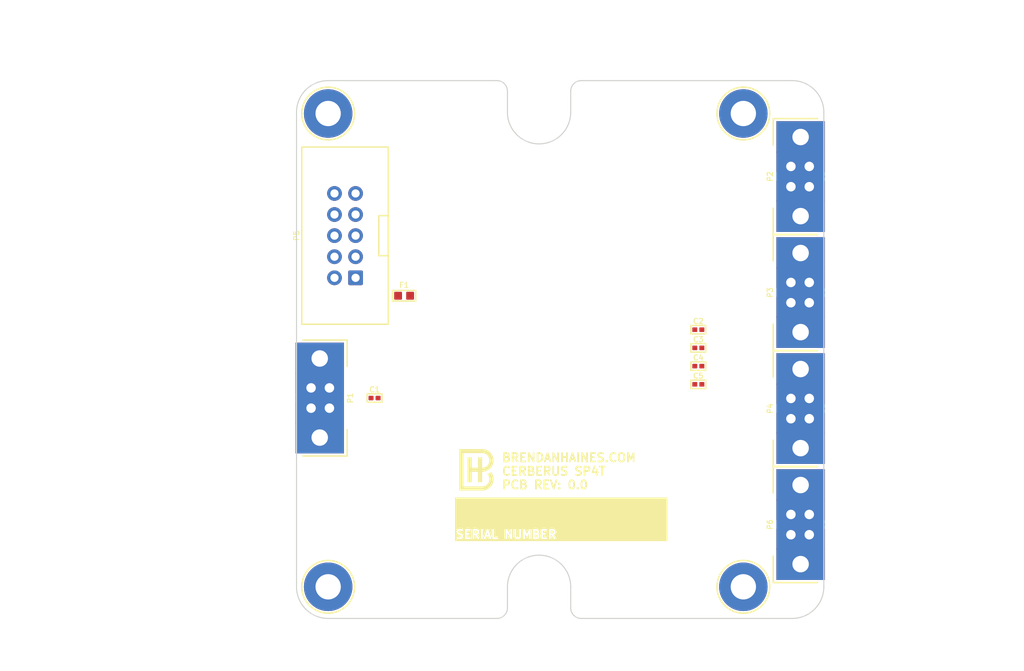
<source format=kicad_pcb>
(kicad_pcb (version 20240108) (generator "pcbnew") (generator_version "8.0")
  (title_block (title "${PROJECT_NAME}") (rev "${PCB_REVISION}") (company "BRENDANHAINES.COM"))
  (layers (0 "F.Cu" signal) (1 "In1.Cu" signal) (2 "In2.Cu" signal) (31 "B.Cu" signal) (34 "B.Paste" user) (35 "F.Paste" user) (36 "B.SilkS" user "B.Silkscreen") (37 "F.SilkS" user "F.Silkscreen") (38 "B.Mask" user) (39 "F.Mask" user) (44 "Edge.Cuts" user))
  (property "PCB_REVISION" "0.0")
  (property "PROJECT_NAME" "CERBERUS SP4T")
  (net 0 "")
  (net 1 "GND")
  (net 2 "/CONN1/VIN_3V3")
  (net 3 "/CONN1/D0")
  (net 4 "/CONN1/D1")
  (net 5 "VDC_3V3")
  (net 6 "/CONN1/D2")
  (net 7 "/CONN1/D3")
  (net 8 "/RF_C")
  (net 10 "/RF_1")
  (net 12 "/RF_2")
  (net 14 "/RF_3")
  (net 17 "/RF_4")
  (footprint "common:CONN_SuperSMA_Amphenol_901-10510-2" (layer "F.Cu") (at 139.7 87.757 -90)
    (property "Reference" "P3" (at 0 6.477 90) (layer "F.SilkS") (effects (font (size 0.635 0.635) (thickness 0.127))))
    (property "Value" "Conn_Coax" (hide yes))
    (fp_line (start -6.985 6.096) (end -6.985 0.762) (stroke (width 0.1778)) (layer "F.SilkS"))
    (fp_line (start -3.81 6.096) (end -6.985 6.096) (stroke (width 0.1778)) (layer "F.SilkS"))
    (fp_line (start 6.985 6.096) (end 3.81 6.096) (stroke (width 0.1778)) (layer "F.SilkS"))
    (fp_line (start 6.985 0.762) (end 6.985 6.096) (stroke (width 0.1778)) (layer "F.SilkS"))
    (pad "0" thru_hole rect (at -4.7625 2.794 270) (size 3.81 5.842) (drill 1.9812) (layers "*.Cu" "*.Mask") (net 1 "GND"))
    (pad "0" smd rect (at -1.778 2.794 270) (size 2.54 5.842) (layers "F.Cu" "F.Mask") (net 1 "GND"))
    (pad "0" thru_hole rect (at -1.2192 1.7526 270) (size 1.27 1.27) (drill 1.143) (layers "*.Cu" "*.Mask") (net 1 "GND"))
    (pad "0" thru_hole rect (at -1.2192 3.9624 270) (size 1.27 1.27) (drill 1.143) (layers "*.Cu" "*.Mask") (net 1 "GND"))
    (pad "0" smd rect (at 0 2.794 270) (size 5.842 5.842) (layers "B.Cu" "B.Mask") (net 1 "GND"))
    (pad "0" thru_hole rect (at 1.2192 1.7526 270) (size 1.27 1.27) (drill 1.143) (layers "*.Cu" "*.Mask") (net 1 "GND"))
    (pad "0" thru_hole rect (at 1.2192 3.9624 270) (size 1.27 1.27) (drill 1.143) (layers "*.Cu" "*.Mask") (net 1 "GND"))
    (pad "0" smd rect (at 1.778 2.794 270) (size 2.54 5.842) (layers "F.Cu" "F.Mask") (net 1 "GND"))
    (pad "0" thru_hole rect (at 4.7625 2.794 270) (size 3.81 5.842) (drill 1.9812) (layers "*.Cu" "*.Mask") (net 1 "GND"))
    (pad "1" smd rect (at 0 0.635 270) (size 0.254 1.524) (layers "F.Cu" "F.Mask") (net 12 "/RF_2"))
  )
  (footprint "common:MH120X230_#4" (layer "F.Cu") (at 130.0099 123.19)
    (property "Reference" "MH3" (hide yes))
    (property "Value" "Mounting_Hole" (hide yes))
    (fp_circle (center 0 0) (end 3.175 0) (stroke (width 0.1778)) (fill none) (layer "F.SilkS"))
    (pad "1" thru_hole circle (at 0 0) (size 5.842 5.842) (drill 3.048) (layers "*.Cu" "*.Mask") (net 1 "GND"))
  )
  (footprint "common:C0402" (layer "F.Cu") (at 124.587 94.4184)
    (property "Reference" "C3" (at 0 -1.016 0) (layer "F.SilkS") (effects (font (size 0.635 0.635) (thickness 0.127))))
    (property "Value" "100pF" (hide yes))
    (fp_line (start -0.889 -0.508) (end 0.889 -0.508) (stroke (width 0.1778)) (layer "F.SilkS"))
    (fp_line (start -0.889 0.508) (end -0.889 -0.508) (stroke (width 0.1778)) (layer "F.SilkS"))
    (fp_line (start 0.889 -0.508) (end 0.889 0.508) (stroke (width 0.1778)) (layer "F.SilkS"))
    (fp_line (start 0.889 0.508) (end -0.889 0.508) (stroke (width 0.1778)) (layer "F.SilkS"))
    (pad "1" smd roundrect (at -0.425 0) (size 0.6 0.55) (layers "F.Cu" "F.Paste" "F.Mask") (roundrect_rratio 0.1))
    (pad "2" smd roundrect (at 0.425 0) (size 0.6 0.55) (layers "F.Cu" "F.Paste" "F.Mask") (roundrect_rratio 0.1) (net 12 "/RF_2"))
  )
  (footprint "common:LOGO_BH" (layer "F.Cu") (at 98.298 111.506)
    (property "Reference" "LOGO1" (hide yes))
    (property "Value" "~" (hide yes))
    (fp_poly (pts (xy 0.340334 -4.906285) (xy 0.426334 -4.89815) (xy 0.511644 -4.88464) (xy 0.595939 -4.865795) (xy 0.678894 -4.8417) (xy 0.760165 -4.81244) (xy 0.839439 -4.778135) (xy 0.916405 -4.73892) (xy 0.990754 -4.69495) (xy 1.062204 -4.646395) (xy 1.130454 -4.59345) (xy 1.195245 -4.536325) (xy 1.256325 -4.475245) (xy 1.313449 -4.410455) (xy 1.366394 -4.342205) (xy 1.414949 -4.270755) (xy 1.45892 -4.196405) (xy 1.498135 -4.11944) (xy 1.532439 -4.040165) (xy 1.561699 -3.958895) (xy 1.585795 -3.87594) (xy 1.60464 -3.791645) (xy 1.61815 -3.706335) (xy 1.626285 -3.620335) (xy 1.629 -3.534) (xy 1.626285 -3.447665) (xy 1.61815 -3.361665) (xy 1.60464 -3.276355) (xy 1.585795 -3.19206) (xy 1.561699 -3.109105) (xy 1.532439 -3.027835) (xy 1.498135 -2.94856) (xy 1.45892 -2.871594) (xy 1.414949 -2.797245) (xy 1.366395 -2.725796) (xy 1.31345 -2.657543) (xy 1.256325 -2.592754) (xy 1.195245 -2.531674) (xy 1.130455 -2.474552) (xy 1.062205 -2.421604) (xy 0.990755 -2.373051) (xy 0.916405 -2.329083) (xy 0.83944 -2.289867) (xy 0.760165 -2.255558) (xy 0.678895 -2.226299) (xy 0.59594 -2.202206) (xy 0.511645 -2.183361) (xy 0.426335 -2.169849) (xy 0.340335 -2.161717) (xy 0.254 -2.159) (xy 0.254 -0.909001) (xy -0.246 -0.909001) (xy -0.246 -2.159) (xy -0.996 -2.159) (xy -0.996 -0.909001) (xy -1.496 -0.909001) (xy -1.496 -3.909) (xy -0.996 -3.909) (xy -0.996 -2.659) (xy -0.246 -2.659) (xy -0.246 -3.909) (xy 0.254 -3.909) (xy 0.254 -2.659) (xy 0.30894 -2.660733) (xy 0.363665 -2.665905) (xy 0.417955 -2.674503) (xy 0.4716 -2.686497) (xy 0.524385 -2.701832) (xy 0.576105 -2.720448) (xy 0.62655 -2.742283) (xy 0.67553 -2.767238) (xy 0.72284 -2.795215) (xy 0.768305 -2.826115) (xy 0.81174 -2.859806) (xy 0.852975 -2.89616) (xy 0.89184 -2.935025) (xy 0.928195 -2.97626) (xy 0.961885 -3.019695) (xy 0.992785 -3.06516) (xy 1.02076 -3.11247) (xy 1.04572 -3.16145) (xy 1.067555 -3.211895) (xy 1.08617 -3.263615) (xy 1.101505 -3.3164) (xy 1.113495 -3.370045) (xy 1.122094 -3.424335) (xy 1.12727 -3.47906) (xy 1.129 -3.534) (xy 1.12727 -3.58894) (xy 1.122094 -3.643665) (xy 1.113495 -3.697955) (xy 1.101505 -3.7516) (xy 1.08617 -3.804386) (xy 1.067555 -3.856106) (xy 1.04572 -3.90655) (xy 1.02076 -3.95553) (xy 0.992785 -4.00284) (xy 0.961885 -4.048305) (xy 0.928195 -4.09174) (xy 0.89184 -4.132975) (xy 0.852975 -4.17184) (xy 0.81174 -4.208195) (xy 0.768305 -4.241885) (xy 0.72284 -4.272785) (xy 0.67553 -4.30076) (xy 0.62655 -4.32572) (xy 0.576105 -4.347555) (xy 0.524385 -4.36617) (xy 0.4716 -4.381505) (xy 0.417955 -4.393495) (xy 0.363665 -4.402095) (xy 0.30894 -4.40727) (xy 0.254 -4.409) (xy -1.996 -4.409) (xy -1.996 -0.409001) (xy 0.254 -0.409001) (xy 0.30894 -0.410731) (xy 0.363665 -0.415906) (xy 0.417955 -0.424506) (xy 0.4716 -0.436496) (xy 0.524385 -0.451831) (xy 0.576105 -0.470446) (xy 0.62655 -0.492281) (xy 0.67553 -0.517241) (xy 0.72284 -0.545216) (xy 0.768305 -0.576116) (xy 0.81174 -0.609806) (xy 0.852975 -0.646161) (xy 0.89184 -0.685026) (xy 0.928195 -0.726261) (xy 0.961885 -0.769696) (xy 0.992785 -0.815161) (xy 1.02076 -0.862471) (xy 1.04572 -0.911451) (xy 1.067555 -0.961896) (xy 1.08617 -1.013615) (xy 1.101505 -1.066401) (xy 1.113495 -1.120046) (xy 1.122094 -1.174336) (xy 1.12727 -1.229061) (xy 1.129 -1.284001) (xy 1.12727 -1.338941) (xy 1.122094 -1.393666) (xy 1.113495 -1.447956) (xy 1.101505 -1.501601) (xy 1.08617 -1.554386) (xy 1.067555 -1.606106) (xy 1.04572 -1.65655) (xy 1.02076 -1.705531) (xy 0.992785 -1.752841) (xy 0.961885 -1.798306) (xy 0.928195 -1.841741) (xy 0.89184 -1.882976) (xy 0.87594 -1.898876) (xy 0.89821 -1.906896) (xy 0.99911 -1.950558) (xy 1.097065 -2.00047) (xy 1.19169 -2.056431) (xy 1.28262 -2.118222) (xy 1.32232 -2.149022) (xy 1.366395 -2.092205) (xy 1.414949 -2.020756) (xy 1.45892 -1.946408) (xy 1.498135 -1.869441) (xy 1.53244 -1.790166) (xy 1.5617 -1.708896) (xy 1.585795 -1.625941) (xy 1.60464 -1.541646) (xy 1.61815 -1.456336) (xy 1.626285 -1.370336) (xy 1.629 -1.284001) (xy 1.626285 -1.197666) (xy 1.61815 -1.111666) (xy 1.60464 -1.026356) (xy 1.585795 -0.942061) (xy 1.5617 -0.859106) (xy 1.53244 -0.777836) (xy 1.498135 -0.698561) (xy 1.45892 -0.621596) (xy 1.414949 -0.547247) (xy 1.366395 -0.475796) (xy 1.31345 -0.407547) (xy 1.256325 -0.342756) (xy 1.195245 -0.281676) (xy 1.130455 -0.224551) (xy 1.062205 -0.171607) (xy 0.990755 -0.123051) (xy 0.916405 -0.079081) (xy 0.83944 -0.039866) (xy 0.760165 -0.005561) (xy 0.678895 0.023699) (xy 0.59594 0.047794) (xy 0.511645 0.066639) (xy 0.426335 0.080149) (xy 0.340335 0.088284) (xy 0.254 0.090999) (xy -2.496 0.090999) (xy -2.496 -4.909) (xy 0.254 -4.909)) (fill solid) (layer "F.SilkS"))
  )
  (footprint "common:C0402" (layer "F.Cu") (at 124.587 98.806)
    (property "Reference" "C5" (at 0 -1.016 0) (layer "F.SilkS") (effects (font (size 0.635 0.635) (thickness 0.127))))
    (property "Value" "100pF" (hide yes))
    (fp_line (start -0.889 -0.508) (end 0.889 -0.508) (stroke (width 0.1778)) (layer "F.SilkS"))
    (fp_line (start -0.889 0.508) (end -0.889 -0.508) (stroke (width 0.1778)) (layer "F.SilkS"))
    (fp_line (start 0.889 -0.508) (end 0.889 0.508) (stroke (width 0.1778)) (layer "F.SilkS"))
    (fp_line (start 0.889 0.508) (end -0.889 0.508) (stroke (width 0.1778)) (layer "F.SilkS"))
    (pad "1" smd roundrect (at -0.425 0) (size 0.6 0.55) (layers "F.Cu" "F.Paste" "F.Mask") (roundrect_rratio 0.1))
    (pad "2" smd roundrect (at 0.425 0) (size 0.6 0.55) (layers "F.Cu" "F.Paste" "F.Mask") (roundrect_rratio 0.1) (net 17 "/RF_4"))
  )
  (footprint "common:CONN_SuperSMA_Amphenol_901-10510-2" (layer "F.Cu") (at 139.7 101.727 -90)
    (property "Reference" "P4" (at 0 6.477 90) (layer "F.SilkS") (effects (font (size 0.635 0.635) (thickness 0.127))))
    (property "Value" "Conn_Coax" (hide yes))
    (fp_line (start -6.985 6.096) (end -6.985 0.762) (stroke (width 0.1778)) (layer "F.SilkS"))
    (fp_line (start -3.81 6.096) (end -6.985 6.096) (stroke (width 0.1778)) (layer "F.SilkS"))
    (fp_line (start 6.985 6.096) (end 3.81 6.096) (stroke (width 0.1778)) (layer "F.SilkS"))
    (fp_line (start 6.985 0.762) (end 6.985 6.096) (stroke (width 0.1778)) (layer "F.SilkS"))
    (pad "0" thru_hole rect (at -4.7625 2.794 270) (size 3.81 5.842) (drill 1.9812) (layers "*.Cu" "*.Mask") (net 1 "GND"))
    (pad "0" smd rect (at -1.778 2.794 270) (size 2.54 5.842) (layers "F.Cu" "F.Mask") (net 1 "GND"))
    (pad "0" thru_hole rect (at -1.2192 1.7526 270) (size 1.27 1.27) (drill 1.143) (layers "*.Cu" "*.Mask") (net 1 "GND"))
    (pad "0" thru_hole rect (at -1.2192 3.9624 270) (size 1.27 1.27) (drill 1.143) (layers "*.Cu" "*.Mask") (net 1 "GND"))
    (pad "0" smd rect (at 0 2.794 270) (size 5.842 5.842) (layers "B.Cu" "B.Mask") (net 1 "GND"))
    (pad "0" thru_hole rect (at 1.2192 1.7526 270) (size 1.27 1.27) (drill 1.143) (layers "*.Cu" "*.Mask") (net 1 "GND"))
    (pad "0" thru_hole rect (at 1.2192 3.9624 270) (size 1.27 1.27) (drill 1.143) (layers "*.Cu" "*.Mask") (net 1 "GND"))
    (pad "0" smd rect (at 1.778 2.794 270) (size 2.54 5.842) (layers "F.Cu" "F.Mask") (net 1 "GND"))
    (pad "0" thru_hole rect (at 4.7625 2.794 270) (size 3.81 5.842) (drill 1.9812) (layers "*.Cu" "*.Mask") (net 1 "GND"))
    (pad "1" smd rect (at 0 0.635 270) (size 0.254 1.524) (layers "F.Cu" "F.Mask") (net 14 "/RF_3"))
  )
  (footprint "common:PinHeader_2x05_P2.54mm_Vertical_Shrouded" (layer "F.Cu") (at 83.312 85.979 90)
    (property "Reference" "P5" (at 5.08 -7.112 90) (layer "F.SilkS") (effects (font (size 0.635 0.635) (thickness 0.127))))
    (property "Value" "Header_2_10" (hide yes))
    (fp_rect (start -5.588 -6.477) (end 15.748 3.937) (stroke (width 0.1778)) (fill none) (layer "F.SilkS"))
    (fp_rect (start 2.667 2.794) (end 7.493 3.937) (stroke (width 0.1778)) (fill none) (layer "F.SilkS"))
    (pad "1" thru_hole roundrect (at 0 0 90) (size 1.778 1.778) (drill 0.9906) (layers "*.Cu" "*.Mask") (roundrect_rratio 0.1))
    (pad "2" thru_hole circle (at 0 -2.54 90) (size 1.778 1.778) (drill 0.9906) (layers "*.Cu" "*.Mask") (net 2 "/CONN1/VIN_3V3"))
    (pad "3" thru_hole circle (at 2.54 0 90) (size 1.778 1.778) (drill 0.9906) (layers "*.Cu" "*.Mask") (net 7 "/CONN1/D3"))
    (pad "4" thru_hole circle (at 2.54 -2.54 90) (size 1.778 1.778) (drill 0.9906) (layers "*.Cu" "*.Mask"))
    (pad "5" thru_hole circle (at 5.08 0 90) (size 1.778 1.778) (drill 0.9906) (layers "*.Cu" "*.Mask") (net 6 "/CONN1/D2"))
    (pad "6" thru_hole circle (at 5.08 -2.54 90) (size 1.778 1.778) (drill 0.9906) (layers "*.Cu" "*.Mask"))
    (pad "7" thru_hole circle (at 7.62 0 90) (size 1.778 1.778) (drill 0.9906) (layers "*.Cu" "*.Mask") (net 4 "/CONN1/D1"))
    (pad "8" thru_hole circle (at 7.62 -2.54 90) (size 1.778 1.778) (drill 0.9906) (layers "*.Cu" "*.Mask"))
    (pad "9" thru_hole circle (at 10.16 0 90) (size 1.778 1.778) (drill 0.9906) (layers "*.Cu" "*.Mask") (net 3 "/CONN1/D0"))
    (pad "10" thru_hole circle (at 10.16 -2.54 90) (size 1.778 1.778) (drill 0.9906) (layers "*.Cu" "*.Mask") (net 1 "GND"))
  )
  (footprint "common:R0603" (layer "F.Cu") (at 89.154 88.138)
    (property "Reference" "F1" (at 0 -1.27 0) (layer "F.SilkS") (effects (font (size 0.635 0.635) (thickness 0.127))))
    (property "Value" "100mA" (hide yes))
    (fp_line (start -1.397 -0.635) (end 1.397 -0.635) (stroke (width 0.1778)) (layer "F.SilkS"))
    (fp_line (start -1.397 0.635) (end -1.397 -0.635) (stroke (width 0.1778)) (layer "F.SilkS"))
    (fp_line (start 1.397 -0.635) (end 1.397 0.635) (stroke (width 0.1778)) (layer "F.SilkS"))
    (fp_line (start 1.397 0.635) (end -1.397 0.635) (stroke (width 0.1778)) (layer "F.SilkS"))
    (pad "1" smd roundrect (at -0.725 0) (size 0.95 0.95) (layers "F.Cu" "F.Paste" "F.Mask") (roundrect_rratio 0.1) (net 2 "/CONN1/VIN_3V3"))
    (pad "2" smd roundrect (at 0.725 0) (size 0.95 0.95) (layers "F.Cu" "F.Paste" "F.Mask") (roundrect_rratio 0.1) (net 5 "VDC_3V3"))
  )
  (footprint "common:C0402" (layer "F.Cu") (at 85.598 100.457)
    (property "Reference" "C1" (at 0 -1.016 0) (layer "F.SilkS") (effects (font (size 0.635 0.635) (thickness 0.127))))
    (property "Value" "100pF" (hide yes))
    (fp_line (start -0.889 -0.508) (end 0.889 -0.508) (stroke (width 0.1778)) (layer "F.SilkS"))
    (fp_line (start -0.889 0.508) (end -0.889 -0.508) (stroke (width 0.1778)) (layer "F.SilkS"))
    (fp_line (start 0.889 -0.508) (end 0.889 0.508) (stroke (width 0.1778)) (layer "F.SilkS"))
    (fp_line (start 0.889 0.508) (end -0.889 0.508) (stroke (width 0.1778)) (layer "F.SilkS"))
    (pad "1" smd roundrect (at -0.425 0) (size 0.6 0.55) (layers "F.Cu" "F.Paste" "F.Mask") (roundrect_rratio 0.1) (net 8 "/RF_C"))
    (pad "2" smd roundrect (at 0.425 0) (size 0.6 0.55) (layers "F.Cu" "F.Paste" "F.Mask") (roundrect_rratio 0.1))
  )
  (footprint "common:MH120X230_#4" (layer "F.Cu") (at 130.0099 66.1924)
    (property "Reference" "MH2" (hide yes))
    (property "Value" "Mounting_Hole" (hide yes))
    (fp_circle (center 0 0) (end 3.175 0) (stroke (width 0.1778)) (fill none) (layer "F.SilkS"))
    (pad "1" thru_hole circle (at 0 0) (size 5.842 5.842) (drill 3.048) (layers "*.Cu" "*.Mask") (net 1 "GND"))
  )
  (footprint "common:CONN_SuperSMA_Amphenol_901-10510-2" (layer "F.Cu") (at 139.7 73.787 -90)
    (property "Reference" "P2" (at 0 6.477 90) (layer "F.SilkS") (effects (font (size 0.635 0.635) (thickness 0.127))))
    (property "Value" "Conn_Coax" (hide yes))
    (fp_line (start -6.985 6.096) (end -6.985 0.762) (stroke (width 0.1778)) (layer "F.SilkS"))
    (fp_line (start -3.81 6.096) (end -6.985 6.096) (stroke (width 0.1778)) (layer "F.SilkS"))
    (fp_line (start 6.985 6.096) (end 3.81 6.096) (stroke (width 0.1778)) (layer "F.SilkS"))
    (fp_line (start 6.985 0.762) (end 6.985 6.096) (stroke (width 0.1778)) (layer "F.SilkS"))
    (pad "0" thru_hole rect (at -4.7625 2.794 270) (size 3.81 5.842) (drill 1.9812) (layers "*.Cu" "*.Mask") (net 1 "GND"))
    (pad "0" smd rect (at -1.778 2.794 270) (size 2.54 5.842) (layers "F.Cu" "F.Mask") (net 1 "GND"))
    (pad "0" thru_hole rect (at -1.2192 1.7526 270) (size 1.27 1.27) (drill 1.143) (layers "*.Cu" "*.Mask") (net 1 "GND"))
    (pad "0" thru_hole rect (at -1.2192 3.9624 270) (size 1.27 1.27) (drill 1.143) (layers "*.Cu" "*.Mask") (net 1 "GND"))
    (pad "0" smd rect (at 0 2.794 270) (size 5.842 5.842) (layers "B.Cu" "B.Mask") (net 1 "GND"))
    (pad "0" thru_hole rect (at 1.2192 1.7526 270) (size 1.27 1.27) (drill 1.143) (layers "*.Cu" "*.Mask") (net 1 "GND"))
    (pad "0" thru_hole rect (at 1.2192 3.9624 270) (size 1.27 1.27) (drill 1.143) (layers "*.Cu" "*.Mask") (net 1 "GND"))
    (pad "0" smd rect (at 1.778 2.794 270) (size 2.54 5.842) (layers "F.Cu" "F.Mask") (net 1 "GND"))
    (pad "0" thru_hole rect (at 4.7625 2.794 270) (size 3.81 5.842) (drill 1.9812) (layers "*.Cu" "*.Mask") (net 1 "GND"))
    (pad "1" smd rect (at 0 0.635 270) (size 0.254 1.524) (layers "F.Cu" "F.Mask") (net 10 "/RF_1"))
  )
  (footprint "common:C0402" (layer "F.Cu") (at 124.587 92.2246)
    (property "Reference" "C2" (at 0 -1.016 0) (layer "F.SilkS") (effects (font (size 0.635 0.635) (thickness 0.127))))
    (property "Value" "100pF" (hide yes))
    (fp_line (start -0.889 -0.508) (end 0.889 -0.508) (stroke (width 0.1778)) (layer "F.SilkS"))
    (fp_line (start -0.889 0.508) (end -0.889 -0.508) (stroke (width 0.1778)) (layer "F.SilkS"))
    (fp_line (start 0.889 -0.508) (end 0.889 0.508) (stroke (width 0.1778)) (layer "F.SilkS"))
    (fp_line (start 0.889 0.508) (end -0.889 0.508) (stroke (width 0.1778)) (layer "F.SilkS"))
    (pad "1" smd roundrect (at -0.425 0) (size 0.6 0.55) (layers "F.Cu" "F.Paste" "F.Mask") (roundrect_rratio 0.1))
    (pad "2" smd roundrect (at 0.425 0) (size 0.6 0.55) (layers "F.Cu" "F.Paste" "F.Mask") (roundrect_rratio 0.1) (net 10 "/RF_1"))
  )
  (footprint "common:MH120X230_#4" (layer "F.Cu") (at 80.01 123.19)
    (property "Reference" "MH4" (hide yes))
    (property "Value" "Mounting_Hole" (hide yes))
    (fp_circle (center 0 0) (end 3.175 0) (stroke (width 0.1778)) (fill none) (layer "F.SilkS"))
    (pad "1" thru_hole circle (at 0 0) (size 5.842 5.842) (drill 3.048) (layers "*.Cu" "*.Mask") (net 1 "GND"))
  )
  (footprint "common:CONN_SuperSMA_Amphenol_901-10510-2" (layer "F.Cu") (at 139.7 115.697 -90)
    (property "Reference" "P6" (at 0 6.477 90) (layer "F.SilkS") (effects (font (size 0.635 0.635) (thickness 0.127))))
    (property "Value" "Conn_Coax" (hide yes))
    (fp_line (start -6.985 6.096) (end -6.985 0.762) (stroke (width 0.1778)) (layer "F.SilkS"))
    (fp_line (start -3.81 6.096) (end -6.985 6.096) (stroke (width 0.1778)) (layer "F.SilkS"))
    (fp_line (start 6.985 6.096) (end 3.81 6.096) (stroke (width 0.1778)) (layer "F.SilkS"))
    (fp_line (start 6.985 0.762) (end 6.985 6.096) (stroke (width 0.1778)) (layer "F.SilkS"))
    (pad "0" thru_hole rect (at -4.7625 2.794 270) (size 3.81 5.842) (drill 1.9812) (layers "*.Cu" "*.Mask") (net 1 "GND"))
    (pad "0" smd rect (at -1.778 2.794 270) (size 2.54 5.842) (layers "F.Cu" "F.Mask") (net 1 "GND"))
    (pad "0" thru_hole rect (at -1.2192 1.7526 270) (size 1.27 1.27) (drill 1.143) (layers "*.Cu" "*.Mask") (net 1 "GND"))
    (pad "0" thru_hole rect (at -1.2192 3.9624 270) (size 1.27 1.27) (drill 1.143) (layers "*.Cu" "*.Mask") (net 1 "GND"))
    (pad "0" smd rect (at 0 2.794 270) (size 5.842 5.842) (layers "B.Cu" "B.Mask") (net 1 "GND"))
    (pad "0" thru_hole rect (at 1.2192 1.7526 270) (size 1.27 1.27) (drill 1.143) (layers "*.Cu" "*.Mask") (net 1 "GND"))
    (pad "0" thru_hole rect (at 1.2192 3.9624 270) (size 1.27 1.27) (drill 1.143) (layers "*.Cu" "*.Mask") (net 1 "GND"))
    (pad "0" smd rect (at 1.778 2.794 270) (size 2.54 5.842) (layers "F.Cu" "F.Mask") (net 1 "GND"))
    (pad "0" thru_hole rect (at 4.7625 2.794 270) (size 3.81 5.842) (drill 1.9812) (layers "*.Cu" "*.Mask") (net 1 "GND"))
    (pad "1" smd rect (at 0 0.635 270) (size 0.254 1.524) (layers "F.Cu" "F.Mask") (net 17 "/RF_4"))
  )
  (footprint "common:C0402" (layer "F.Cu") (at 124.587 96.6122)
    (property "Reference" "C4" (at 0 -1.016 0) (layer "F.SilkS") (effects (font (size 0.635 0.635) (thickness 0.127))))
    (property "Value" "100pF" (hide yes))
    (fp_line (start -0.889 -0.508) (end 0.889 -0.508) (stroke (width 0.1778)) (layer "F.SilkS"))
    (fp_line (start -0.889 0.508) (end -0.889 -0.508) (stroke (width 0.1778)) (layer "F.SilkS"))
    (fp_line (start 0.889 -0.508) (end 0.889 0.508) (stroke (width 0.1778)) (layer "F.SilkS"))
    (fp_line (start 0.889 0.508) (end -0.889 0.508) (stroke (width 0.1778)) (layer "F.SilkS"))
    (pad "1" smd roundrect (at -0.425 0) (size 0.6 0.55) (layers "F.Cu" "F.Paste" "F.Mask") (roundrect_rratio 0.1))
    (pad "2" smd roundrect (at 0.425 0) (size 0.6 0.55) (layers "F.Cu" "F.Paste" "F.Mask") (roundrect_rratio 0.1) (net 14 "/RF_3"))
  )
  (footprint "common:MH120X230_#4" (layer "F.Cu") (at 80.01 66.1924)
    (property "Reference" "MH1" (hide yes))
    (property "Value" "Mounting_Hole" (hide yes))
    (fp_circle (center 0 0) (end 3.175 0) (stroke (width 0.1778)) (fill none) (layer "F.SilkS"))
    (pad "1" thru_hole circle (at 0 0) (size 5.842 5.842) (drill 3.048) (layers "*.Cu" "*.Mask") (net 1 "GND"))
  )
  (footprint "common:CONN_SuperSMA_Amphenol_901-10510-2" (layer "F.Cu") (at 76.2 100.457 90)
    (property "Reference" "P1" (at 0 6.477 90) (layer "F.SilkS") (effects (font (size 0.635 0.635) (thickness 0.127))))
    (property "Value" "Conn_Coax" (hide yes))
    (fp_line (start 6.985 0.762) (end 6.985 6.096) (stroke (width 0.1778)) (layer "F.SilkS"))
    (fp_line (start 6.985 6.096) (end 3.81 6.096) (stroke (width 0.1778)) (layer "F.SilkS"))
    (fp_line (start -3.81 6.096) (end -6.985 6.096) (stroke (width 0.1778)) (layer "F.SilkS"))
    (fp_line (start -6.985 6.096) (end -6.985 0.762) (stroke (width 0.1778)) (layer "F.SilkS"))
    (pad "0" thru_hole rect (at -4.7625 2.794 90) (size 3.81 5.842) (drill 1.9812) (layers "*.Cu" "*.Mask") (net 1 "GND"))
    (pad "0" smd rect (at -1.778 2.794 90) (size 2.54 5.842) (layers "F.Cu" "F.Mask") (net 1 "GND"))
    (pad "0" thru_hole rect (at -1.2192 1.7526 90) (size 1.27 1.27) (drill 1.143) (layers "*.Cu" "*.Mask") (net 1 "GND"))
    (pad "0" thru_hole rect (at -1.2192 3.9624 90) (size 1.27 1.27) (drill 1.143) (layers "*.Cu" "*.Mask") (net 1 "GND"))
    (pad "0" smd rect (at 0 2.794 90) (size 5.842 5.842) (layers "B.Cu" "B.Mask") (net 1 "GND"))
    (pad "0" thru_hole rect (at 1.2192 1.7526 90) (size 1.27 1.27) (drill 1.143) (layers "*.Cu" "*.Mask") (net 1 "GND"))
    (pad "0" thru_hole rect (at 1.2192 3.9624 90) (size 1.27 1.27) (drill 1.143) (layers "*.Cu" "*.Mask") (net 1 "GND"))
    (pad "0" smd rect (at 1.778 2.794 90) (size 2.54 5.842) (layers "F.Cu" "F.Mask") (net 1 "GND"))
    (pad "0" thru_hole rect (at 4.7625 2.794 90) (size 3.81 5.842) (drill 1.9812) (layers "*.Cu" "*.Mask") (net 1 "GND"))
    (pad "1" smd rect (at 0 0.635 90) (size 0.254 1.524) (layers "F.Cu" "F.Mask") (net 8 "/RF_C"))
  )
  (gr_poly (pts (xy 107.569 117.602) (xy 120.777 117.602) (xy 120.777 112.522) (xy 95.377 112.522) (xy 95.377 116.078) (xy 107.569 116.078)) (stroke (width 0.1778)) (fill solid) (layer "F.SilkS"))
  (gr_rect (start 95.377 116.078) (end 107.569 117.602) (stroke (width 0.1778)) (fill none) (layer "F.SilkS"))
  (gr_arc (start 109.22 66.04) (mid 105.41 69.85) (end 101.6 66.04) (stroke (width 0.127)) (layer "Edge.Cuts"))
  (gr_line (start 100.33 127) (end 80.01 127) (stroke (width 0.127)) (layer "Edge.Cuts"))
  (gr_line (start 101.6 63.5) (end 101.6 66.04) (stroke (width 0.127)) (layer "Edge.Cuts"))
  (gr_line (start 76.2 123.19) (end 76.2 66.04) (stroke (width 0.127)) (layer "Edge.Cuts"))
  (gr_arc (start 101.6 125.73) (mid 101.228026 126.628026) (end 100.33 127) (stroke (width 0.127)) (layer "Edge.Cuts"))
  (gr_arc (start 109.22 63.5) (mid 109.591974 62.601974) (end 110.49 62.23) (stroke (width 0.127)) (layer "Edge.Cuts"))
  (gr_arc (start 101.6 123.19) (mid 105.41 119.38) (end 109.22 123.19) (stroke (width 0.127)) (layer "Edge.Cuts"))
  (gr_arc (start 110.49 127) (mid 109.591974 126.628026) (end 109.22 125.73) (stroke (width 0.127)) (layer "Edge.Cuts"))
  (gr_arc (start 135.89 62.23) (mid 138.584077 63.345923) (end 139.7 66.04) (stroke (width 0.127)) (layer "Edge.Cuts"))
  (gr_line (start 135.89 127) (end 110.49 127) (stroke (width 0.127)) (layer "Edge.Cuts"))
  (gr_arc (start 139.7 123.19) (mid 138.584077 125.884077) (end 135.89 127) (stroke (width 0.127)) (layer "Edge.Cuts"))
  (gr_line (start 135.89 62.23) (end 110.49 62.23) (stroke (width 0.127)) (layer "Edge.Cuts"))
  (gr_arc (start 76.2 66.04) (mid 77.315923 63.345923) (end 80.01 62.23) (stroke (width 0.127)) (layer "Edge.Cuts"))
  (gr_line (start 100.33 62.23) (end 80.01 62.23) (stroke (width 0.127)) (layer "Edge.Cuts"))
  (gr_line (start 109.22 125.73) (end 109.22 123.19) (stroke (width 0.127)) (layer "Edge.Cuts"))
  (gr_arc (start 100.33 62.23) (mid 101.228025 62.601974) (end 101.6 63.5) (stroke (width 0.127)) (layer "Edge.Cuts"))
  (gr_line (start 139.7 66.04) (end 139.7 123.19) (stroke (width 0.127)) (layer "Edge.Cuts"))
  (gr_line (start 109.22 66.04) (end 109.22 63.5) (stroke (width 0.127)) (layer "Edge.Cuts"))
  (gr_line (start 101.6 123.19) (end 101.6 125.73) (stroke (width 0.127)) (layer "Edge.Cuts"))
  (gr_arc (start 80.01 127) (mid 77.315923 125.884077) (end 76.2 123.19) (stroke (width 0.127)) (layer "Edge.Cuts"))
  (gr_text "BRENDANHAINES.COM\n${PROJECT_NAME}\nPCB REV: ${PCB_REVISION}" (at 100.838 111.506 0) (layer "F.SilkS") (effects (font (size 1.016 1.016) (thickness 0.2032) (bold yes)) (justify left bottom)))
  (gr_text "SERIAL NUMBER" (at 95.25 117.475 0) (layer "F.SilkS" knockout) (effects (font (size 1.016 1.016) (thickness 0.2032) (bold yes)) (justify left bottom)))
)
</source>
